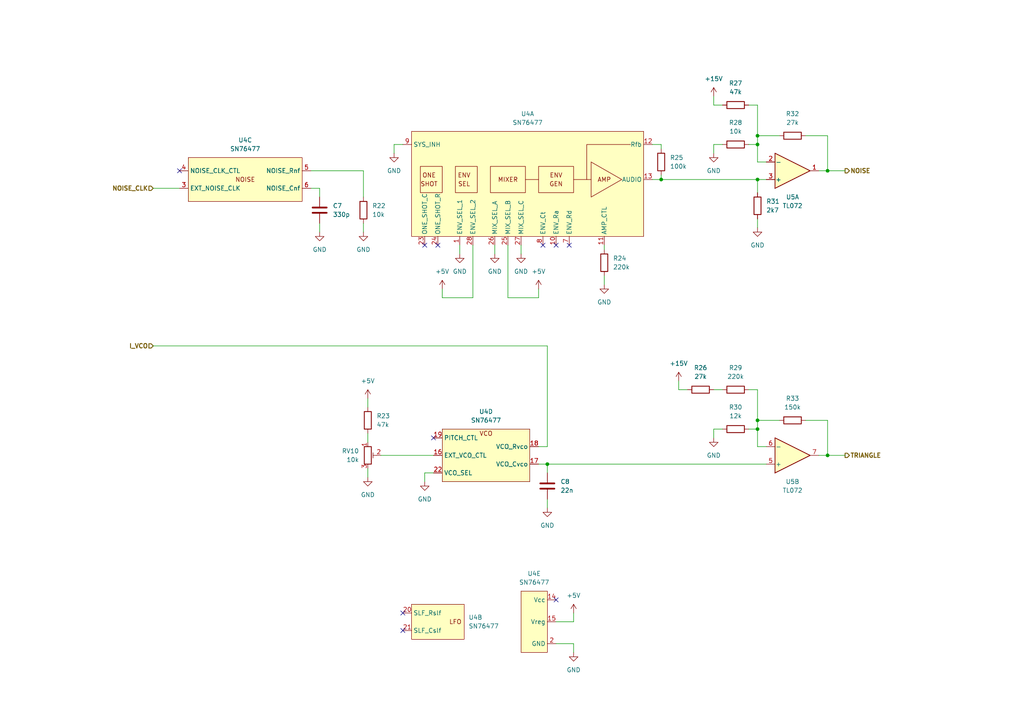
<source format=kicad_sch>
(kicad_sch (version 20230121) (generator eeschema)
  (paper "A4")
  (title_block (title "J.P. Fundrums") (date "2023-02-02") (rev "0") (comment 1 "creativecommons.org/licences/by/4.0/") (comment 2 "Licence: CC by 4.0") (comment 3 "Author: Jordan Aceto"))
  (lib_symbols
    (symbol "Amplifier_Operational:TL072" (pin_names (offset 0.127))
      (property "Reference" "U" (at 0 5.08 0))
      (property "Value" "TL072" (at 0 -5.08 0))
      (symbol "TL072_1_1"
        (polyline (pts (xy -5.08 5.08) (xy 5.08 0) (xy -5.08 -5.08) (xy -5.08 5.08)) (stroke (width 0.254)) (fill (type background)))
        (pin output line (at 7.62 0 180) (length 2.54) (name "~") (number "1"))
        (pin input line (at -7.62 -2.54 0) (length 2.54) (name "-") (number "2"))
        (pin input line (at -7.62 2.54 0) (length 2.54) (name "+") (number "3"))
      )
      (symbol "TL072_2_1"
        (polyline (pts (xy -5.08 5.08) (xy 5.08 0) (xy -5.08 -5.08) (xy -5.08 5.08)) (stroke (width 0.254)) (fill (type background)))
        (pin input line (at -7.62 2.54 0) (length 2.54) (name "+") (number "5"))
        (pin input line (at -7.62 -2.54 0) (length 2.54) (name "-") (number "6"))
        (pin output line (at 7.62 0 180) (length 2.54) (name "~") (number "7"))
      )
      (symbol "TL072_3_1"
        (pin power_in line (at -2.54 -7.62 90) (length 3.81) (name "V-") (number "4"))
        (pin power_in line (at -2.54 7.62 270) (length 3.81) (name "V+") (number "8"))
      )
    )
    (symbol "Device:C" (pin_numbers hide) (pin_names (offset 0.254))
      (property "Reference" "C" (at 0.635 2.54 0))
      (property "Value" "C" (at 0.635 -2.54 0))
      (symbol "C_0_1"
        (polyline (pts (xy -2.032 -0.762) (xy 2.032 -0.762)) (stroke (width 0.508)))
        (polyline (pts (xy -2.032 0.762) (xy 2.032 0.762)) (stroke (width 0.508)))
      )
      (symbol "C_1_1"
        (pin passive line (at 0 3.81 270) (length 2.794) (name "~") (number "1"))
        (pin passive line (at 0 -3.81 90) (length 2.794) (name "~") (number "2"))
      )
    )
    (symbol "Device:R" (pin_numbers hide) (pin_names (offset 0))
      (property "Reference" "R" (at 2.032 0 90))
      (property "Value" "R" (at 0 0 90))
      (symbol "R_0_1"
        (rectangle (start -1.016 -2.54) (end 1.016 2.54) (stroke (width 0.254)))
      )
      (symbol "R_1_1"
        (pin passive line (at 0 3.81 270) (length 1.27) (name "~") (number "1"))
        (pin passive line (at 0 -3.81 90) (length 1.27) (name "~") (number "2"))
      )
    )
    (symbol "Device:R_Potentiometer_Trim" (pin_names (offset 1.016) hide)
      (property "Reference" "RV" (at -4.445 0 90))
      (property "Value" "R_Potentiometer_Trim" (at -2.54 0 90))
      (symbol "R_Potentiometer_Trim_0_1"
        (polyline (pts (xy 1.524 0.762) (xy 1.524 -0.762)))
        (polyline (pts (xy 2.54 0) (xy 1.524 0)))
        (rectangle (start 1.016 2.54) (end -1.016 -2.54) (stroke (width 0.254)))
      )
      (symbol "R_Potentiometer_Trim_1_1"
        (pin passive line (at 0 3.81 270) (length 1.27) (name "1") (number "1"))
        (pin passive line (at 3.81 0 180) (length 1.27) (name "2") (number "2"))
        (pin passive line (at 0 -3.81 90) (length 1.27) (name "3") (number "3"))
      )
    )
    (symbol "custom_symbols:SN76477"
      (property "Reference" "U" (at 0 20.32 0))
      (property "Value" "SN76477" (at 0 17.78 0))
      (symbol "SN76477_1_0"
        (rectangle (start -30.48 6.35) (end -24.13 -1.27))
        (rectangle (start -20.32 6.35) (end -13.97 -1.27))
        (rectangle (start -10.16 6.35) (end 0 -1.27))
        (polyline (pts (xy 0 2.54) (xy 3.81 2.54)))
        (polyline (pts (xy 13.97 2.54) (xy 19.05 2.54)))
        (polyline (pts (xy 17.78 2.54) (xy 17.78 12.7) (xy 30.48 12.7)))
        (polyline (pts (xy 19.05 7.62) (xy 19.05 -2.54) (xy 27.94 2.54) (xy 19.05 7.62)))
        (rectangle (start 3.81 6.35) (end 13.97 -1.27))
        (rectangle (start 34.29 -13.97) (end -33.02 16.51) (fill (type background)))
        (text "AMP" (at 22.86 2.54 0) (effects (font (size 1.27 1.27))))
        (text "ENV" (at -17.78 3.81 0) (effects (font (size 1.27 1.27))))
        (text "ENV" (at 8.89 3.81 0) (effects (font (size 1.27 1.27))))
        (text "GEN" (at 8.89 1.27 0) (effects (font (size 1.27 1.27))))
        (text "MIXER" (at -5.08 2.54 0) (effects (font (size 1.27 1.27))))
        (text "ONE" (at -27.94 3.81 0) (effects (font (size 1.27 1.27))))
        (text "SEL" (at -17.78 1.27 0) (effects (font (size 1.27 1.27))))
        (text "SHOT" (at -27.94 1.27 0) (effects (font (size 1.27 1.27))))
      )
      (symbol "SN76477_1_1"
        (pin input line (at -19.05 -16.51 90) (length 2.54) (name "ENV_SEL_1") (number "1"))
        (pin passive line (at 8.89 -16.51 90) (length 2.54) (name "ENV_Ra") (number "10"))
        (pin passive line (at 22.86 -16.51 90) (length 2.54) (name "AMP_CTL") (number "11"))
        (pin input line (at 36.83 12.7 180) (length 2.54) (name "Rfb") (number "12"))
        (pin output line (at 36.83 2.54 180) (length 2.54) (name "AUDIO") (number "13"))
        (pin passive line (at -29.21 -16.51 90) (length 2.54) (name "ONE_SHOT_C") (number "23"))
        (pin passive line (at -25.4 -16.51 90) (length 2.54) (name "ONE_SHOT_R") (number "24"))
        (pin input line (at -5.08 -16.51 90) (length 2.54) (name "MIX_SEL_B") (number "25"))
        (pin input line (at -8.89 -16.51 90) (length 2.54) (name "MIX_SEL_A") (number "26"))
        (pin input line (at -1.27 -16.51 90) (length 2.54) (name "MIX_SEL_C") (number "27"))
        (pin input line (at -15.24 -16.51 90) (length 2.54) (name "ENV_SEL_2") (number "28"))
        (pin passive line (at 12.7 -16.51 90) (length 2.54) (name "ENV_Rd") (number "7"))
        (pin passive line (at 5.08 -16.51 90) (length 2.54) (name "ENV_Ct") (number "8"))
        (pin input line (at -35.56 12.7 0) (length 2.54) (name "SYS_INH") (number "9"))
      )
      (symbol "SN76477_2_0"
        (rectangle (start -7.62 5.08) (end 7.62 -5.08) (fill (type background)))
        (text "LFO" (at 5.08 0 0) (effects (font (size 1.27 1.27))))
      )
      (symbol "SN76477_2_1"
        (pin passive line (at -10.16 2.54 0) (length 2.54) (name "SLF_Rslf") (number "20"))
        (pin passive line (at -10.16 -2.54 0) (length 2.54) (name "SLF_Cslf") (number "21"))
      )
      (symbol "SN76477_3_0"
        (rectangle (start -16.51 6.35) (end 16.51 -6.35) (fill (type background)))
        (text "NOISE" (at 0 0 0) (effects (font (size 1.27 1.27))))
      )
      (symbol "SN76477_3_1"
        (pin passive line (at -19.05 -2.54 0) (length 2.54) (name "EXT_NOISE_CLK") (number "3"))
        (pin passive line (at -19.05 2.54 0) (length 2.54) (name "NOISE_CLK_CTL") (number "4"))
        (pin passive line (at 19.05 2.54 180) (length 2.54) (name "NOISE_Rnf") (number "5"))
        (pin passive line (at 19.05 -2.54 180) (length 2.54) (name "NOISE_Cnf") (number "6"))
      )
      (symbol "SN76477_4_0"
        (rectangle (start -12.7 7.62) (end 12.7 -7.62) (fill (type background)))
        (text "VCO" (at 0 6.35 0) (effects (font (size 1.27 1.27))))
      )
      (symbol "SN76477_4_1"
        (pin input line (at -15.24 0 0) (length 2.54) (name "EXT_VCO_CTL") (number "16"))
        (pin passive line (at 15.24 -2.54 180) (length 2.54) (name "VCO_Cvco") (number "17"))
        (pin passive line (at 15.24 2.54 180) (length 2.54) (name "VCO_Rvco") (number "18"))
        (pin input line (at -15.24 5.08 0) (length 2.54) (name "PITCH_CTL") (number "19"))
        (pin input line (at -15.24 -5.08 0) (length 2.54) (name "VCO_SEL") (number "22"))
      )
      (symbol "SN76477_5_0"
        (rectangle (start 3.81 8.89) (end -3.81 -8.89) (fill (type background)))
      )
      (symbol "SN76477_5_1"
        (pin power_in line (at 6.35 6.35 180) (length 2.54) (name "Vcc") (number "14"))
        (pin power_in line (at 6.35 0 180) (length 2.54) (name "Vreg") (number "15"))
        (pin power_in line (at 6.35 -6.35 180) (length 2.54) (name "GND") (number "2"))
      )
    )
    (symbol "power:+15V" (power) (pin_names (offset 0))
      (property "Value" "+15V" (at 0 3.556 0))
      (symbol "+15V_0_1"
        (polyline (pts (xy -0.762 1.27) (xy 0 2.54)))
        (polyline (pts (xy 0 0) (xy 0 2.54)))
        (polyline (pts (xy 0 2.54) (xy 0.762 1.27)))
      )
      (symbol "+15V_1_1"
        (pin power_in line (at 0 0 90) (length 0) hide (name "+15V") (number "1"))
      )
    )
    (symbol "power:+5V" (power) (pin_names (offset 0))
      (property "Value" "+5V" (at 0 3.556 0))
      (symbol "+5V_0_1"
        (polyline (pts (xy -0.762 1.27) (xy 0 2.54)))
        (polyline (pts (xy 0 0) (xy 0 2.54)))
        (polyline (pts (xy 0 2.54) (xy 0.762 1.27)))
      )
      (symbol "+5V_1_1"
        (pin power_in line (at 0 0 90) (length 0) hide (name "+5V") (number "1"))
      )
    )
    (symbol "power:GND" (power) (pin_names (offset 0))
      (property "Value" "GND" (at 0 -3.81 0))
      (symbol "GND_0_1"
        (polyline (pts (xy 0 0) (xy 0 -1.27) (xy 1.27 -1.27) (xy 0 -2.54) (xy -1.27 -1.27) (xy 0 -1.27)))
      )
      (symbol "GND_1_1"
        (pin power_in line (at 0 0 270) (length 0) hide (name "GND") (number "1"))
      )
    )
  )
  (junction (at 158.75 134.62))
  (junction (at 219.71 124.46))
  (junction (at 219.71 121.92))
  (junction (at 240.03 49.53))
  (junction (at 219.71 41.91))
  (junction (at 240.03 132.08))
  (junction (at 219.71 39.37))
  (junction (at 219.71 52.07))
  (junction (at 191.77 52.07))
  (no_connect (at 165.1 71.12))
  (no_connect (at 123.19 71.12))
  (no_connect (at 127 71.12))
  (no_connect (at 161.29 71.12))
  (no_connect (at 116.84 182.88))
  (no_connect (at 116.84 177.8))
  (no_connect (at 52.07 49.53))
  (no_connect (at 161.29 173.99))
  (no_connect (at 157.48 71.12))
  (no_connect (at 125.73 127))
  (wire (pts (xy 219.71 124.46) (xy 219.71 121.92)))
  (wire (pts (xy 143.51 71.12) (xy 143.51 73.66)))
  (wire (pts (xy 106.68 125.73) (xy 106.68 128.27)))
  (wire (pts (xy 240.03 132.08) (xy 240.03 121.92)))
  (wire (pts (xy 191.77 43.18) (xy 191.77 41.91)))
  (wire (pts (xy 219.71 124.46) (xy 219.71 129.54)))
  (wire (pts (xy 161.29 180.34) (xy 166.37 180.34)))
  (wire (pts (xy 222.25 46.99) (xy 219.71 46.99)))
  (wire (pts (xy 105.41 57.15) (xy 105.41 49.53)))
  (wire (pts (xy 196.85 113.03) (xy 199.39 113.03)))
  (wire (pts (xy 240.03 39.37) (xy 233.68 39.37)))
  (wire (pts (xy 191.77 41.91) (xy 189.23 41.91)))
  (wire (pts (xy 207.01 41.91) (xy 207.01 44.45)))
  (wire (pts (xy 217.17 30.48) (xy 219.71 30.48)))
  (wire (pts (xy 114.3 41.91) (xy 114.3 44.45)))
  (wire (pts (xy 240.03 132.08) (xy 245.11 132.08)))
  (wire (pts (xy 207.01 113.03) (xy 209.55 113.03)))
  (wire (pts (xy 106.68 115.57) (xy 106.68 118.11)))
  (wire (pts (xy 219.71 113.03) (xy 219.71 121.92)))
  (wire (pts (xy 217.17 41.91) (xy 219.71 41.91)))
  (wire (pts (xy 191.77 52.07) (xy 191.77 50.8)))
  (wire (pts (xy 219.71 52.07) (xy 222.25 52.07)))
  (wire (pts (xy 207.01 124.46) (xy 207.01 127)))
  (wire (pts (xy 44.45 54.61) (xy 52.07 54.61)))
  (wire (pts (xy 137.16 86.36) (xy 128.27 86.36)))
  (wire (pts (xy 191.77 52.07) (xy 219.71 52.07)))
  (wire (pts (xy 158.75 134.62) (xy 222.25 134.62)))
  (wire (pts (xy 237.49 49.53) (xy 240.03 49.53)))
  (wire (pts (xy 106.68 135.89) (xy 106.68 138.43)))
  (wire (pts (xy 217.17 113.03) (xy 219.71 113.03)))
  (wire (pts (xy 147.32 71.12) (xy 147.32 86.36)))
  (wire (pts (xy 137.16 71.12) (xy 137.16 86.36)))
  (wire (pts (xy 219.71 63.5) (xy 219.71 66.04)))
  (wire (pts (xy 110.49 132.08) (xy 125.73 132.08)))
  (wire (pts (xy 207.01 27.94) (xy 207.01 30.48)))
  (wire (pts (xy 175.26 71.12) (xy 175.26 72.39)))
  (wire (pts (xy 158.75 100.33) (xy 158.75 129.54)))
  (wire (pts (xy 156.21 83.82) (xy 156.21 86.36)))
  (wire (pts (xy 219.71 30.48) (xy 219.71 39.37)))
  (wire (pts (xy 207.01 30.48) (xy 209.55 30.48)))
  (wire (pts (xy 240.03 121.92) (xy 233.68 121.92)))
  (wire (pts (xy 158.75 137.16) (xy 158.75 134.62)))
  (wire (pts (xy 158.75 129.54) (xy 156.21 129.54)))
  (wire (pts (xy 240.03 49.53) (xy 240.03 39.37)))
  (wire (pts (xy 219.71 121.92) (xy 226.06 121.92)))
  (wire (pts (xy 123.19 137.16) (xy 123.19 139.7)))
  (wire (pts (xy 219.71 52.07) (xy 219.71 55.88)))
  (wire (pts (xy 240.03 49.53) (xy 245.11 49.53)))
  (wire (pts (xy 44.45 100.33) (xy 158.75 100.33)))
  (wire (pts (xy 123.19 137.16) (xy 125.73 137.16)))
  (wire (pts (xy 166.37 177.8) (xy 166.37 180.34)))
  (wire (pts (xy 161.29 186.69) (xy 166.37 186.69)))
  (wire (pts (xy 219.71 39.37) (xy 226.06 39.37)))
  (wire (pts (xy 105.41 64.77) (xy 105.41 67.31)))
  (wire (pts (xy 207.01 124.46) (xy 209.55 124.46)))
  (wire (pts (xy 151.13 71.12) (xy 151.13 73.66)))
  (wire (pts (xy 105.41 49.53) (xy 90.17 49.53)))
  (wire (pts (xy 92.71 54.61) (xy 90.17 54.61)))
  (wire (pts (xy 217.17 124.46) (xy 219.71 124.46)))
  (wire (pts (xy 133.35 71.12) (xy 133.35 73.66)))
  (wire (pts (xy 207.01 41.91) (xy 209.55 41.91)))
  (wire (pts (xy 196.85 110.49) (xy 196.85 113.03)))
  (wire (pts (xy 158.75 144.78) (xy 158.75 147.32)))
  (wire (pts (xy 147.32 86.36) (xy 156.21 86.36)))
  (wire (pts (xy 222.25 129.54) (xy 219.71 129.54)))
  (wire (pts (xy 92.71 64.77) (xy 92.71 67.31)))
  (wire (pts (xy 219.71 41.91) (xy 219.71 46.99)))
  (wire (pts (xy 92.71 57.15) (xy 92.71 54.61)))
  (wire (pts (xy 166.37 186.69) (xy 166.37 189.23)))
  (wire (pts (xy 128.27 83.82) (xy 128.27 86.36)))
  (wire (pts (xy 219.71 41.91) (xy 219.71 39.37)))
  (wire (pts (xy 158.75 134.62) (xy 156.21 134.62)))
  (wire (pts (xy 237.49 132.08) (xy 240.03 132.08)))
  (wire (pts (xy 114.3 41.91) (xy 116.84 41.91)))
  (wire (pts (xy 189.23 52.07) (xy 191.77 52.07)))
  (wire (pts (xy 175.26 80.01) (xy 175.26 82.55)))
  (hierarchical_label "NOISE" (shape output) (at 245.11 49.53 0) (effects (font bold)))
  (hierarchical_label "NOISE_CLK" (shape input) (at 44.45 54.61 180) (effects (font bold)))
  (hierarchical_label "I_VCO" (shape input) (at 44.45 100.33 180) (effects (font bold)))
  (hierarchical_label "TRIANGLE" (shape output) (at 245.11 132.08 0) (effects (font bold)))
  (symbol (lib_id "power:GND") (at 207.01 44.45 0) (unit 1)
    (property "Reference" "#PWR0131" (effects hide))
    (property "Value" "GND" (at 207.01 49.53 0))
    (instances (project "fundrums" (path "" (reference "#PWR0131") (unit 1)) (path "" (reference "#PWR0208") (unit 1)) (path "" (reference "#PWR0285") (unit 1)) (path "" (reference "#PWR0362") (unit 1))))
  )
  (symbol (lib_id "power:+5V") (at 166.37 177.8 0) (unit 1)
    (property "Reference" "#PWR0127" (effects hide))
    (property "Value" "+5V" (at 166.37 172.72 0))
    (instances (project "fundrums" (path "" (reference "#PWR0127") (unit 1)) (path "" (reference "#PWR0204") (unit 1)) (path "" (reference "#PWR0281") (unit 1)) (path "" (reference "#PWR0358") (unit 1))))
  )
  (symbol (lib_id "power:GND") (at 158.75 147.32 0) (unit 1)
    (property "Reference" "#PWR0126" (effects hide))
    (property "Value" "GND" (at 158.75 152.4 0))
    (instances (project "fundrums" (path "" (reference "#PWR0126") (unit 1)) (path "" (reference "#PWR0203") (unit 1)) (path "" (reference "#PWR0280") (unit 1)) (path "" (reference "#PWR0357") (unit 1))))
  )
  (symbol (lib_id "power:+15V") (at 207.01 27.94 0) (unit 1)
    (property "Reference" "#PWR0130" (effects hide))
    (property "Value" "+15V" (at 207.01 22.86 0))
    (instances (project "fundrums" (path "" (reference "#PWR0130") (unit 1)) (path "" (reference "#PWR0207") (unit 1)) (path "" (reference "#PWR0284") (unit 1)) (path "" (reference "#PWR0361") (unit 1))))
  )
  (symbol (lib_id "Device:R") (at 213.36 30.48 90) (unit 1)
    (property "Reference" "R27" (at 213.36 24.13 90))
    (property "Value" "47k" (at 213.36 26.67 90))
    (instances (project "fundrums" (path "" (reference "R27") (unit 1)) (path "" (reference "R114") (unit 1)) (path "" (reference "R201") (unit 1)) (path "" (reference "R288") (unit 1))))
  )
  (symbol (lib_id "power:GND") (at 105.41 67.31 0) (unit 1)
    (property "Reference" "#PWR0116" (effects hide))
    (property "Value" "GND" (at 105.41 72.39 0))
    (instances (project "fundrums" (path "" (reference "#PWR0116") (unit 1)) (path "" (reference "#PWR0193") (unit 1)) (path "" (reference "#PWR0270") (unit 1)) (path "" (reference "#PWR0347") (unit 1))))
  )
  (symbol (lib_id "power:GND") (at 175.26 82.55 0) (unit 1)
    (property "Reference" "#PWR0129" (effects hide))
    (property "Value" "GND" (at 175.26 87.63 0))
    (instances (project "fundrums" (path "" (reference "#PWR0129") (unit 1)) (path "" (reference "#PWR0206") (unit 1)) (path "" (reference "#PWR0283") (unit 1)) (path "" (reference "#PWR0360") (unit 1))))
  )
  (symbol (lib_id "Device:C") (at 92.71 60.96 0) (unit 1)
    (property "Reference" "C7" (at 96.52 59.6899 0) (effects (justify left)))
    (property "Value" "330p" (at 96.52 62.2299 0) (effects (justify left)))
    (instances (project "fundrums" (path "" (reference "C7") (unit 1)) (path "" (reference "C31") (unit 1)) (path "" (reference "C55") (unit 1)) (path "" (reference "C79") (unit 1))))
  )
  (symbol (lib_id "Device:R") (at 219.71 59.69 0) (unit 1)
    (property "Reference" "R31" (at 222.25 58.4199 0) (effects (justify left)))
    (property "Value" "2k7" (at 222.25 60.9599 0) (effects (justify left)))
    (instances (project "fundrums" (path "" (reference "R31") (unit 1)) (path "" (reference "R118") (unit 1)) (path "" (reference "R205") (unit 1)) (path "" (reference "R292") (unit 1))))
  )
  (symbol (lib_id "Device:R") (at 213.36 124.46 90) (unit 1)
    (property "Reference" "R30" (at 213.36 118.11 90))
    (property "Value" "12k" (at 213.36 120.65 90))
    (instances (project "fundrums" (path "" (reference "R30") (unit 1)) (path "" (reference "R117") (unit 1)) (path "" (reference "R204") (unit 1)) (path "" (reference "R291") (unit 1))))
  )
  (symbol (lib_id "power:GND") (at 114.3 44.45 0) (unit 1)
    (property "Reference" "#PWR0119" (effects hide))
    (property "Value" "GND" (at 114.3 49.53 0))
    (instances (project "fundrums" (path "" (reference "#PWR0119") (unit 1)) (path "" (reference "#PWR0196") (unit 1)) (path "" (reference "#PWR0273") (unit 1)) (path "" (reference "#PWR0350") (unit 1))))
  )
  (symbol (lib_id "Device:R") (at 229.87 121.92 90) (unit 1)
    (property "Reference" "R33" (at 229.87 115.57 90))
    (property "Value" "150k" (at 229.87 118.11 90))
    (instances (project "fundrums" (path "" (reference "R33") (unit 1)) (path "" (reference "R120") (unit 1)) (path "" (reference "R207") (unit 1)) (path "" (reference "R294") (unit 1))))
  )
  (symbol (lib_id "power:GND") (at 133.35 73.66 0) (unit 1)
    (property "Reference" "#PWR0122" (effects hide))
    (property "Value" "GND" (at 133.35 78.74 0))
    (instances (project "fundrums" (path "" (reference "#PWR0122") (unit 1)) (path "" (reference "#PWR0199") (unit 1)) (path "" (reference "#PWR0276") (unit 1)) (path "" (reference "#PWR0353") (unit 1))))
  )
  (symbol (lib_id "Device:R") (at 105.41 60.96 0) (unit 1)
    (property "Reference" "R22" (at 107.95 59.6899 0) (effects (justify left)))
    (property "Value" "10k" (at 107.95 62.2299 0) (effects (justify left)))
    (instances (project "fundrums" (path "" (reference "R22") (unit 1)) (path "" (reference "R109") (unit 1)) (path "" (reference "R196") (unit 1)) (path "" (reference "R283") (unit 1))))
  )
  (symbol (lib_id "Amplifier_Operational:TL072") (at 229.87 49.53 0) (mirror x) (unit 1)
    (property "Reference" "U5" (at 229.87 57.15 0))
    (property "Value" "TL072" (at 229.87 59.69 0))
    (property "Datasheet" "http://www.ti.com/lit/ds/symlink/tl071.pdf" (effects hide))
    (instances (project "fundrums" (path "" (reference "U5") (unit 1)) (path "" (reference "U19") (unit 1)) (path "" (reference "U32") (unit 1)) (path "" (reference "U44") (unit 1))))
  )
  (symbol (lib_id "custom_symbols:SN76477") (at 127 180.34 0) (unit 2)
    (property "Reference" "U4" (at 135.89 179.07 0) (effects (justify left)))
    (property "Value" "SN76477" (at 135.89 181.61 0) (effects (justify left)))
    (instances (project "fundrums" (path "" (reference "U4") (unit 2)) (path "" (reference "U18") (unit 2)) (path "" (reference "U31") (unit 2)) (path "" (reference "U43") (unit 2))))
  )
  (symbol (lib_id "custom_symbols:SN76477") (at 152.4 54.61 0) (unit 1)
    (property "Reference" "U4" (at 153.035 33.02 0))
    (property "Value" "SN76477" (at 153.035 35.56 0))
    (instances (project "fundrums" (path "" (reference "U4") (unit 1)) (path "" (reference "U18") (unit 1)) (path "" (reference "U31") (unit 1)) (path "" (reference "U43") (unit 1))))
  )
  (symbol (lib_id "power:GND") (at 106.68 138.43 0) (unit 1)
    (property "Reference" "#PWR0118" (effects hide))
    (property "Value" "GND" (at 106.68 143.51 0))
    (instances (project "fundrums" (path "" (reference "#PWR0118") (unit 1)) (path "" (reference "#PWR0195") (unit 1)) (path "" (reference "#PWR0272") (unit 1)) (path "" (reference "#PWR0349") (unit 1))))
  )
  (symbol (lib_id "Device:R_Potentiometer_Trim") (at 106.68 132.08 0) (unit 1)
    (property "Reference" "RV10" (at 104.14 130.8099 0) (effects (justify right)))
    (property "Value" "10k" (at 104.14 133.3499 0) (effects (justify right)))
    (instances (project "fundrums" (path "" (reference "RV10") (unit 1)) (path "" (reference "RV22") (unit 1)) (path "" (reference "RV34") (unit 1)) (path "" (reference "RV46") (unit 1))))
  )
  (symbol (lib_id "Device:R") (at 213.36 113.03 90) (unit 1)
    (property "Reference" "R29" (at 213.36 106.68 90))
    (property "Value" "220k" (at 213.36 109.22 90))
    (instances (project "fundrums" (path "" (reference "R29") (unit 1)) (path "" (reference "R116") (unit 1)) (path "" (reference "R203") (unit 1)) (path "" (reference "R290") (unit 1))))
  )
  (symbol (lib_id "power:GND") (at 207.01 127 0) (unit 1)
    (property "Reference" "#PWR0132" (effects hide))
    (property "Value" "GND" (at 207.01 132.08 0))
    (instances (project "fundrums" (path "" (reference "#PWR0132") (unit 1)) (path "" (reference "#PWR0209") (unit 1)) (path "" (reference "#PWR0286") (unit 1)) (path "" (reference "#PWR0363") (unit 1))))
  )
  (symbol (lib_id "power:GND") (at 151.13 73.66 0) (unit 1)
    (property "Reference" "#PWR0124" (effects hide))
    (property "Value" "GND" (at 151.13 78.74 0))
    (instances (project "fundrums" (path "" (reference "#PWR0124") (unit 1)) (path "" (reference "#PWR0201") (unit 1)) (path "" (reference "#PWR0278") (unit 1)) (path "" (reference "#PWR0355") (unit 1))))
  )
  (symbol (lib_id "power:+15V") (at 196.85 110.49 0) (unit 1)
    (property "Reference" "#PWR08" (effects hide))
    (property "Value" "+15V" (at 196.85 105.41 0))
    (instances (project "fundrums" (path "" (reference "#PWR08") (unit 1)) (path "" (reference "#PWR04") (unit 1)) (path "" (reference "#PWR09") (unit 1)) (path "" (reference "#PWR010") (unit 1))))
  )
  (symbol (lib_id "power:GND") (at 166.37 189.23 0) (unit 1)
    (property "Reference" "#PWR0128" (effects hide))
    (property "Value" "GND" (at 166.37 194.31 0))
    (instances (project "fundrums" (path "" (reference "#PWR0128") (unit 1)) (path "" (reference "#PWR0205") (unit 1)) (path "" (reference "#PWR0282") (unit 1)) (path "" (reference "#PWR0359") (unit 1))))
  )
  (symbol (lib_id "Device:R") (at 175.26 76.2 0) (unit 1)
    (property "Reference" "R24" (at 177.8 74.9299 0) (effects (justify left)))
    (property "Value" "220k" (at 177.8 77.4699 0) (effects (justify left)))
    (instances (project "fundrums" (path "" (reference "R24") (unit 1)) (path "" (reference "R111") (unit 1)) (path "" (reference "R198") (unit 1)) (path "" (reference "R285") (unit 1))))
  )
  (symbol (lib_id "Device:R") (at 229.87 39.37 90) (unit 1)
    (property "Reference" "R32" (at 229.87 33.02 90))
    (property "Value" "27k" (at 229.87 35.56 90))
    (instances (project "fundrums" (path "" (reference "R32") (unit 1)) (path "" (reference "R119") (unit 1)) (path "" (reference "R206") (unit 1)) (path "" (reference "R293") (unit 1))))
  )
  (symbol (lib_id "power:GND") (at 92.71 67.31 0) (unit 1)
    (property "Reference" "#PWR0115" (effects hide))
    (property "Value" "GND" (at 92.71 72.39 0))
    (instances (project "fundrums" (path "" (reference "#PWR0115") (unit 1)) (path "" (reference "#PWR0192") (unit 1)) (path "" (reference "#PWR0269") (unit 1)) (path "" (reference "#PWR0346") (unit 1))))
  )
  (symbol (lib_id "Device:R") (at 191.77 46.99 0) (unit 1)
    (property "Reference" "R25" (at 194.31 45.7199 0) (effects (justify left)))
    (property "Value" "100k" (at 194.31 48.2599 0) (effects (justify left)))
    (instances (project "fundrums" (path "" (reference "R25") (unit 1)) (path "" (reference "R112") (unit 1)) (path "" (reference "R199") (unit 1)) (path "" (reference "R286") (unit 1))))
  )
  (symbol (lib_id "Device:R") (at 203.2 113.03 90) (unit 1)
    (property "Reference" "R26" (at 203.2 106.68 90))
    (property "Value" "27k" (at 203.2 109.22 90))
    (instances (project "fundrums" (path "" (reference "R26") (unit 1)) (path "" (reference "R113") (unit 1)) (path "" (reference "R200") (unit 1)) (path "" (reference "R287") (unit 1))))
  )
  (symbol (lib_id "power:GND") (at 143.51 73.66 0) (unit 1)
    (property "Reference" "#PWR0123" (effects hide))
    (property "Value" "GND" (at 143.51 78.74 0))
    (instances (project "fundrums" (path "" (reference "#PWR0123") (unit 1)) (path "" (reference "#PWR0200") (unit 1)) (path "" (reference "#PWR0277") (unit 1)) (path "" (reference "#PWR0354") (unit 1))))
  )
  (symbol (lib_id "power:+5V") (at 128.27 83.82 0) (mirror y) (unit 1)
    (property "Reference" "#PWR0121" (effects hide))
    (property "Value" "+5V" (at 128.27 78.74 0))
    (instances (project "fundrums" (path "" (reference "#PWR0121") (unit 1)) (path "" (reference "#PWR0198") (unit 1)) (path "" (reference "#PWR0275") (unit 1)) (path "" (reference "#PWR0352") (unit 1))))
  )
  (symbol (lib_id "Device:C") (at 158.75 140.97 0) (unit 1)
    (property "Reference" "C8" (at 162.56 139.6999 0) (effects (justify left)))
    (property "Value" "22n" (at 162.56 142.2399 0) (effects (justify left)))
    (instances (project "fundrums" (path "" (reference "C8") (unit 1)) (path "" (reference "C32") (unit 1)) (path "" (reference "C56") (unit 1)) (path "" (reference "C80") (unit 1))))
  )
  (symbol (lib_id "custom_symbols:SN76477") (at 71.12 52.07 0) (unit 3)
    (property "Reference" "U4" (at 71.12 40.64 0))
    (property "Value" "SN76477" (at 71.12 43.18 0))
    (instances (project "fundrums" (path "" (reference "U4") (unit 3)) (path "" (reference "U18") (unit 3)) (path "" (reference "U31") (unit 3)) (path "" (reference "U43") (unit 3))))
  )
  (symbol (lib_id "power:+5V") (at 106.68 115.57 0) (unit 1)
    (property "Reference" "#PWR0117" (effects hide))
    (property "Value" "+5V" (at 106.68 110.49 0))
    (instances (project "fundrums" (path "" (reference "#PWR0117") (unit 1)) (path "" (reference "#PWR0194") (unit 1)) (path "" (reference "#PWR0271") (unit 1)) (path "" (reference "#PWR0348") (unit 1))))
  )
  (symbol (lib_id "power:+5V") (at 156.21 83.82 0) (unit 1)
    (property "Reference" "#PWR0125" (effects hide))
    (property "Value" "+5V" (at 156.21 78.74 0))
    (instances (project "fundrums" (path "" (reference "#PWR0125") (unit 1)) (path "" (reference "#PWR0202") (unit 1)) (path "" (reference "#PWR0279") (unit 1)) (path "" (reference "#PWR0356") (unit 1))))
  )
  (symbol (lib_id "Amplifier_Operational:TL072") (at 229.87 132.08 0) (mirror x) (unit 2)
    (property "Reference" "U5" (at 229.87 139.7 0))
    (property "Value" "TL072" (at 229.87 142.24 0))
    (property "Datasheet" "http://www.ti.com/lit/ds/symlink/tl071.pdf" (effects hide))
    (instances (project "fundrums" (path "" (reference "U5") (unit 2)) (path "" (reference "U19") (unit 2)) (path "" (reference "U32") (unit 2)) (path "" (reference "U44") (unit 2))))
  )
  (symbol (lib_id "Device:R") (at 213.36 41.91 90) (unit 1)
    (property "Reference" "R28" (at 213.36 35.56 90))
    (property "Value" "10k" (at 213.36 38.1 90))
    (instances (project "fundrums" (path "" (reference "R28") (unit 1)) (path "" (reference "R115") (unit 1)) (path "" (reference "R202") (unit 1)) (path "" (reference "R289") (unit 1))))
  )
  (symbol (lib_id "power:GND") (at 123.19 139.7 0) (unit 1)
    (property "Reference" "#PWR0120" (effects hide))
    (property "Value" "GND" (at 123.19 144.78 0))
    (instances (project "fundrums" (path "" (reference "#PWR0120") (unit 1)) (path "" (reference "#PWR0197") (unit 1)) (path "" (reference "#PWR0274") (unit 1)) (path "" (reference "#PWR0351") (unit 1))))
  )
  (symbol (lib_id "custom_symbols:SN76477") (at 140.97 132.08 0) (unit 4)
    (property "Reference" "U4" (at 140.97 119.38 0))
    (property "Value" "SN76477" (at 140.97 121.92 0))
    (instances (project "fundrums" (path "" (reference "U4") (unit 4)) (path "" (reference "U18") (unit 4)) (path "" (reference "U31") (unit 4)) (path "" (reference "U43") (unit 4))))
  )
  (symbol (lib_id "custom_symbols:SN76477") (at 154.94 180.34 0) (unit 5)
    (property "Reference" "U4" (at 154.94 166.37 0))
    (property "Value" "SN76477" (at 154.94 168.91 0))
    (instances (project "fundrums" (path "" (reference "U4") (unit 5)) (path "" (reference "U18") (unit 5)) (path "" (reference "U31") (unit 5)) (path "" (reference "U43") (unit 5))))
  )
  (symbol (lib_id "Device:R") (at 106.68 121.92 0) (unit 1)
    (property "Reference" "R23" (at 109.22 120.6499 0) (effects (justify left)))
    (property "Value" "47k" (at 109.22 123.1899 0) (effects (justify left)))
    (instances (project "fundrums" (path "" (reference "R23") (unit 1)) (path "" (reference "R110") (unit 1)) (path "" (reference "R197") (unit 1)) (path "" (reference "R284") (unit 1))))
  )
  (symbol (lib_id "power:GND") (at 219.71 66.04 0) (unit 1)
    (property "Reference" "#PWR0133" (effects hide))
    (property "Value" "GND" (at 219.71 71.12 0))
    (instances (project "fundrums" (path "" (reference "#PWR0133") (unit 1)) (path "" (reference "#PWR0210") (unit 1)) (path "" (reference "#PWR0287") (unit 1)) (path "" (reference "#PWR0364") (unit 1))))
  )
)
</source>
